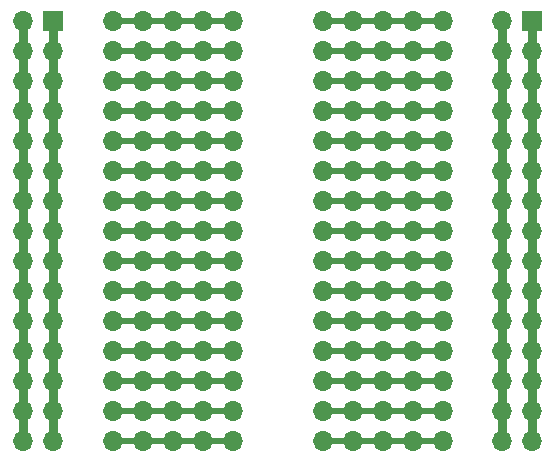
<source format=gbr>
%TF.GenerationSoftware,KiCad,Pcbnew,7.0.2*%
%TF.CreationDate,2024-01-29T20:47:07-05:00*%
%TF.ProjectId,dpx_perv_5x15,6470785f-7065-4727-965f-357831352e6b,rev?*%
%TF.SameCoordinates,Original*%
%TF.FileFunction,Copper,L4,Bot*%
%TF.FilePolarity,Positive*%
%FSLAX46Y46*%
G04 Gerber Fmt 4.6, Leading zero omitted, Abs format (unit mm)*
G04 Created by KiCad (PCBNEW 7.0.2) date 2024-01-29 20:47:07*
%MOMM*%
%LPD*%
G01*
G04 APERTURE LIST*
%TA.AperFunction,EtchedComponent*%
%ADD10C,0.508000*%
%TD*%
%TA.AperFunction,EtchedComponent*%
%ADD11C,0.500000*%
%TD*%
%TA.AperFunction,ComponentPad*%
%ADD12R,1.700000X1.700000*%
%TD*%
%TA.AperFunction,ComponentPad*%
%ADD13O,1.700000X1.700000*%
%TD*%
%TA.AperFunction,Conductor*%
%ADD14C,0.750000*%
%TD*%
G04 APERTURE END LIST*
D10*
%TO.C,U2*%
X79195000Y-56470000D02*
X76655000Y-56470000D01*
X79195000Y-53930000D02*
X76655000Y-53930000D01*
X79195000Y-51390000D02*
X76655000Y-51390000D01*
X79195000Y-48850000D02*
X76655000Y-48850000D01*
X79195000Y-46310000D02*
X76655000Y-46310000D01*
X76655000Y-56470000D02*
X74115000Y-56470000D01*
X76655000Y-53930000D02*
X74115000Y-53930000D01*
X76655000Y-51390000D02*
X74115000Y-51390000D01*
X76655000Y-48850000D02*
X74115000Y-48850000D01*
X76655000Y-46310000D02*
X74115000Y-46310000D01*
X74115000Y-56470000D02*
X71575000Y-56470000D01*
X74115000Y-53930000D02*
X71575000Y-53930000D01*
X74115000Y-51390000D02*
X71575000Y-51390000D01*
X74115000Y-48850000D02*
X71575000Y-48850000D01*
X74115000Y-46310000D02*
X71575000Y-46310000D01*
D11*
X69035000Y-56470000D02*
X71575000Y-56470000D01*
X69035000Y-53930000D02*
X71575000Y-53930000D01*
X69035000Y-51390000D02*
X71575000Y-51390000D01*
X69035000Y-48850000D02*
X71575000Y-48850000D01*
X69035000Y-46310000D02*
X71575000Y-46310000D01*
D10*
X61435000Y-56470000D02*
X58895000Y-56470000D01*
X61435000Y-53930000D02*
X58895000Y-53930000D01*
X61435000Y-51390000D02*
X58895000Y-51390000D01*
X61435000Y-48850000D02*
X58895000Y-48850000D01*
X61425000Y-46310000D02*
X58885000Y-46310000D01*
X58895000Y-56470000D02*
X56355000Y-56470000D01*
X58895000Y-53930000D02*
X56355000Y-53930000D01*
X58895000Y-51390000D02*
X56355000Y-51390000D01*
X58895000Y-48850000D02*
X56355000Y-48850000D01*
X58885000Y-46310000D02*
X56345000Y-46310000D01*
X56355000Y-56470000D02*
X53815000Y-56470000D01*
X56355000Y-53930000D02*
X53815000Y-53930000D01*
X56355000Y-51390000D02*
X53815000Y-51390000D01*
X56355000Y-48850000D02*
X53815000Y-48850000D01*
X56345000Y-46310000D02*
X53805000Y-46310000D01*
X53815000Y-56470000D02*
X51275000Y-56470000D01*
X53815000Y-53930000D02*
X51275000Y-53930000D01*
X53815000Y-51390000D02*
X51275000Y-51390000D01*
X53815000Y-48850000D02*
X51275000Y-48850000D01*
X53805000Y-46310000D02*
X51265000Y-46310000D01*
%TO.C,U1*%
X79180000Y-43775000D02*
X76640000Y-43775000D01*
X79180000Y-41235000D02*
X76640000Y-41235000D01*
X79180000Y-38695000D02*
X76640000Y-38695000D01*
X79180000Y-36155000D02*
X76640000Y-36155000D01*
X79180000Y-33615000D02*
X76640000Y-33615000D01*
X76640000Y-43775000D02*
X74100000Y-43775000D01*
X76640000Y-41235000D02*
X74100000Y-41235000D01*
X76640000Y-38695000D02*
X74100000Y-38695000D01*
X76640000Y-36155000D02*
X74100000Y-36155000D01*
X76640000Y-33615000D02*
X74100000Y-33615000D01*
X74100000Y-43775000D02*
X71560000Y-43775000D01*
X74100000Y-41235000D02*
X71560000Y-41235000D01*
X74100000Y-38695000D02*
X71560000Y-38695000D01*
X74100000Y-36155000D02*
X71560000Y-36155000D01*
X74100000Y-33615000D02*
X71560000Y-33615000D01*
D11*
X69020000Y-43775000D02*
X71560000Y-43775000D01*
X69020000Y-41235000D02*
X71560000Y-41235000D01*
X69020000Y-38695000D02*
X71560000Y-38695000D01*
X69020000Y-36155000D02*
X71560000Y-36155000D01*
X69020000Y-33615000D02*
X71560000Y-33615000D01*
D10*
X61420000Y-43775000D02*
X58880000Y-43775000D01*
X61420000Y-41235000D02*
X58880000Y-41235000D01*
X61420000Y-38695000D02*
X58880000Y-38695000D01*
X61420000Y-36155000D02*
X58880000Y-36155000D01*
X61410000Y-33615000D02*
X58870000Y-33615000D01*
X58880000Y-43775000D02*
X56340000Y-43775000D01*
X58880000Y-41235000D02*
X56340000Y-41235000D01*
X58880000Y-38695000D02*
X56340000Y-38695000D01*
X58880000Y-36155000D02*
X56340000Y-36155000D01*
X58870000Y-33615000D02*
X56330000Y-33615000D01*
X56340000Y-43775000D02*
X53800000Y-43775000D01*
X56340000Y-41235000D02*
X53800000Y-41235000D01*
X56340000Y-38695000D02*
X53800000Y-38695000D01*
X56340000Y-36155000D02*
X53800000Y-36155000D01*
X56330000Y-33615000D02*
X53790000Y-33615000D01*
X53800000Y-43775000D02*
X51260000Y-43775000D01*
X53800000Y-41235000D02*
X51260000Y-41235000D01*
X53800000Y-38695000D02*
X51260000Y-38695000D01*
X53800000Y-36155000D02*
X51260000Y-36155000D01*
X53790000Y-33615000D02*
X51250000Y-33615000D01*
%TO.C,U3*%
X79185000Y-69180000D02*
X76645000Y-69180000D01*
X79185000Y-66640000D02*
X76645000Y-66640000D01*
X79185000Y-64100000D02*
X76645000Y-64100000D01*
X79185000Y-61560000D02*
X76645000Y-61560000D01*
X79185000Y-59020000D02*
X76645000Y-59020000D01*
X76645000Y-69180000D02*
X74105000Y-69180000D01*
X76645000Y-66640000D02*
X74105000Y-66640000D01*
X76645000Y-64100000D02*
X74105000Y-64100000D01*
X76645000Y-61560000D02*
X74105000Y-61560000D01*
X76645000Y-59020000D02*
X74105000Y-59020000D01*
X74105000Y-69180000D02*
X71565000Y-69180000D01*
X74105000Y-66640000D02*
X71565000Y-66640000D01*
X74105000Y-64100000D02*
X71565000Y-64100000D01*
X74105000Y-61560000D02*
X71565000Y-61560000D01*
X74105000Y-59020000D02*
X71565000Y-59020000D01*
D11*
X69025000Y-69180000D02*
X71565000Y-69180000D01*
X69025000Y-66640000D02*
X71565000Y-66640000D01*
X69025000Y-64100000D02*
X71565000Y-64100000D01*
X69025000Y-61560000D02*
X71565000Y-61560000D01*
X69025000Y-59020000D02*
X71565000Y-59020000D01*
D10*
X61425000Y-69180000D02*
X58885000Y-69180000D01*
X61425000Y-66640000D02*
X58885000Y-66640000D01*
X61425000Y-64100000D02*
X58885000Y-64100000D01*
X61425000Y-61560000D02*
X58885000Y-61560000D01*
X61415000Y-59020000D02*
X58875000Y-59020000D01*
X58885000Y-69180000D02*
X56345000Y-69180000D01*
X58885000Y-66640000D02*
X56345000Y-66640000D01*
X58885000Y-64100000D02*
X56345000Y-64100000D01*
X58885000Y-61560000D02*
X56345000Y-61560000D01*
X58875000Y-59020000D02*
X56335000Y-59020000D01*
X56345000Y-69180000D02*
X53805000Y-69180000D01*
X56345000Y-66640000D02*
X53805000Y-66640000D01*
X56345000Y-64100000D02*
X53805000Y-64100000D01*
X56345000Y-61560000D02*
X53805000Y-61560000D01*
X56335000Y-59020000D02*
X53795000Y-59020000D01*
X53805000Y-69180000D02*
X51265000Y-69180000D01*
X53805000Y-66640000D02*
X51265000Y-66640000D01*
X53805000Y-64100000D02*
X51265000Y-64100000D01*
X53805000Y-61560000D02*
X51265000Y-61560000D01*
X53795000Y-59020000D02*
X51255000Y-59020000D01*
%TD*%
D12*
%TO.P,J1,1,Pin_1*%
%TO.N,VCC*%
X46220000Y-33615000D03*
D13*
%TO.P,J1,2,Pin_2*%
%TO.N,GND*%
X43680000Y-33615000D03*
%TO.P,J1,3,Pin_3*%
%TO.N,VCC*%
X46220000Y-36155000D03*
%TO.P,J1,4,Pin_4*%
%TO.N,GND*%
X43680000Y-36155000D03*
%TO.P,J1,5,Pin_5*%
%TO.N,VCC*%
X46220000Y-38695000D03*
%TO.P,J1,6,Pin_6*%
%TO.N,GND*%
X43680000Y-38695000D03*
%TO.P,J1,7,Pin_7*%
%TO.N,VCC*%
X46220000Y-41235000D03*
%TO.P,J1,8,Pin_8*%
%TO.N,GND*%
X43680000Y-41235000D03*
%TO.P,J1,9,Pin_9*%
%TO.N,VCC*%
X46220000Y-43775000D03*
%TO.P,J1,10,Pin_10*%
%TO.N,GND*%
X43680000Y-43775000D03*
%TO.P,J1,11,Pin_11*%
%TO.N,VCC*%
X46220000Y-46315000D03*
%TO.P,J1,12,Pin_12*%
%TO.N,GND*%
X43680000Y-46315000D03*
%TO.P,J1,13,Pin_13*%
%TO.N,VCC*%
X46220000Y-48855000D03*
%TO.P,J1,14,Pin_14*%
%TO.N,GND*%
X43680000Y-48855000D03*
%TO.P,J1,15,Pin_15*%
%TO.N,VCC*%
X46220000Y-51395000D03*
%TO.P,J1,16,Pin_16*%
%TO.N,GND*%
X43680000Y-51395000D03*
%TO.P,J1,17,Pin_17*%
%TO.N,VCC*%
X46220000Y-53935000D03*
%TO.P,J1,18,Pin_18*%
%TO.N,GND*%
X43680000Y-53935000D03*
%TO.P,J1,19,Pin_19*%
%TO.N,VCC*%
X46220000Y-56475000D03*
%TO.P,J1,20,Pin_20*%
%TO.N,GND*%
X43680000Y-56475000D03*
%TO.P,J1,21,Pin_21*%
%TO.N,VCC*%
X46220000Y-59015000D03*
%TO.P,J1,22,Pin_22*%
%TO.N,GND*%
X43680000Y-59015000D03*
%TO.P,J1,23,Pin_23*%
%TO.N,VCC*%
X46220000Y-61555000D03*
%TO.P,J1,24,Pin_24*%
%TO.N,GND*%
X43680000Y-61555000D03*
%TO.P,J1,25,Pin_25*%
%TO.N,VCC*%
X46220000Y-64095000D03*
%TO.P,J1,26,Pin_26*%
%TO.N,GND*%
X43680000Y-64095000D03*
%TO.P,J1,27,Pin_27*%
%TO.N,VCC*%
X46220000Y-66635000D03*
%TO.P,J1,28,Pin_28*%
%TO.N,GND*%
X43680000Y-66635000D03*
%TO.P,J1,29,Pin_29*%
%TO.N,VCC*%
X46220000Y-69175000D03*
%TO.P,J1,30,Pin_30*%
%TO.N,GND*%
X43680000Y-69175000D03*
%TD*%
D12*
%TO.P,J2,1,Pin_1*%
%TO.N,VCC*%
X86770000Y-33615000D03*
D13*
%TO.P,J2,2,Pin_2*%
%TO.N,GND*%
X84230000Y-33615000D03*
%TO.P,J2,3,Pin_3*%
%TO.N,VCC*%
X86770000Y-36155000D03*
%TO.P,J2,4,Pin_4*%
%TO.N,GND*%
X84230000Y-36155000D03*
%TO.P,J2,5,Pin_5*%
%TO.N,VCC*%
X86770000Y-38695000D03*
%TO.P,J2,6,Pin_6*%
%TO.N,GND*%
X84230000Y-38695000D03*
%TO.P,J2,7,Pin_7*%
%TO.N,VCC*%
X86770000Y-41235000D03*
%TO.P,J2,8,Pin_8*%
%TO.N,GND*%
X84230000Y-41235000D03*
%TO.P,J2,9,Pin_9*%
%TO.N,VCC*%
X86770000Y-43775000D03*
%TO.P,J2,10,Pin_10*%
%TO.N,GND*%
X84230000Y-43775000D03*
%TO.P,J2,11,Pin_11*%
%TO.N,VCC*%
X86770000Y-46315000D03*
%TO.P,J2,12,Pin_12*%
%TO.N,GND*%
X84230000Y-46315000D03*
%TO.P,J2,13,Pin_13*%
%TO.N,VCC*%
X86770000Y-48855000D03*
%TO.P,J2,14,Pin_14*%
%TO.N,GND*%
X84230000Y-48855000D03*
%TO.P,J2,15,Pin_15*%
%TO.N,VCC*%
X86770000Y-51395000D03*
%TO.P,J2,16,Pin_16*%
%TO.N,GND*%
X84230000Y-51395000D03*
%TO.P,J2,17,Pin_17*%
%TO.N,VCC*%
X86770000Y-53935000D03*
%TO.P,J2,18,Pin_18*%
%TO.N,GND*%
X84230000Y-53935000D03*
%TO.P,J2,19,Pin_19*%
%TO.N,VCC*%
X86770000Y-56475000D03*
%TO.P,J2,20,Pin_20*%
%TO.N,GND*%
X84230000Y-56475000D03*
%TO.P,J2,21,Pin_21*%
%TO.N,VCC*%
X86770000Y-59015000D03*
%TO.P,J2,22,Pin_22*%
%TO.N,GND*%
X84230000Y-59015000D03*
%TO.P,J2,23,Pin_23*%
%TO.N,VCC*%
X86770000Y-61555000D03*
%TO.P,J2,24,Pin_24*%
%TO.N,GND*%
X84230000Y-61555000D03*
%TO.P,J2,25,Pin_25*%
%TO.N,VCC*%
X86770000Y-64095000D03*
%TO.P,J2,26,Pin_26*%
%TO.N,GND*%
X84230000Y-64095000D03*
%TO.P,J2,27,Pin_27*%
%TO.N,VCC*%
X86770000Y-66635000D03*
%TO.P,J2,28,Pin_28*%
%TO.N,GND*%
X84230000Y-66635000D03*
%TO.P,J2,29,Pin_29*%
%TO.N,VCC*%
X86770000Y-69175000D03*
%TO.P,J2,30,Pin_30*%
%TO.N,GND*%
X84230000Y-69175000D03*
%TD*%
%TO.P,U2,1*%
%TO.N,N/C*%
X79195000Y-46310000D03*
%TO.P,U2,2*%
X76655000Y-46310000D03*
%TO.P,U2,3*%
X74115000Y-46310000D03*
%TO.P,U2,4*%
X71575000Y-46310000D03*
%TO.P,U2,5*%
X69035000Y-46310000D03*
%TO.P,U2,6*%
X61435000Y-46310000D03*
%TO.P,U2,11*%
X79195000Y-48850000D03*
%TO.P,U2,12*%
X76655000Y-48850000D03*
%TO.P,U2,13*%
X74115000Y-48850000D03*
%TO.P,U2,14*%
X71575000Y-48850000D03*
%TO.P,U2,15*%
X69035000Y-48850000D03*
%TO.P,U2,16*%
X61435000Y-48850000D03*
%TO.P,U2,17*%
X58895000Y-48850000D03*
X58885000Y-46310000D03*
%TO.P,U2,18*%
X56355000Y-48850000D03*
X56345000Y-46310000D03*
%TO.P,U2,19*%
X53815000Y-48850000D03*
X53805000Y-46310000D03*
%TO.P,U2,20*%
X51275000Y-48850000D03*
X51265000Y-46310000D03*
%TO.P,U2,21*%
X79195000Y-51390000D03*
%TO.P,U2,22*%
X76655000Y-51390000D03*
%TO.P,U2,23*%
X74115000Y-51390000D03*
%TO.P,U2,24*%
X71575000Y-51390000D03*
%TO.P,U2,25*%
X69035000Y-51390000D03*
%TO.P,U2,26*%
X61435000Y-51390000D03*
%TO.P,U2,27*%
X58895000Y-51390000D03*
%TO.P,U2,28*%
X56355000Y-51390000D03*
%TO.P,U2,29*%
X53815000Y-51390000D03*
%TO.P,U2,30*%
X51275000Y-51390000D03*
%TO.P,U2,31*%
X79195000Y-53930000D03*
%TO.P,U2,32*%
X76655000Y-53930000D03*
%TO.P,U2,33*%
X74115000Y-53930000D03*
%TO.P,U2,34*%
X71575000Y-53930000D03*
%TO.P,U2,35*%
X69035000Y-53930000D03*
%TO.P,U2,36*%
X61435000Y-53930000D03*
%TO.P,U2,37*%
X58895000Y-53930000D03*
%TO.P,U2,38*%
X56355000Y-53930000D03*
%TO.P,U2,39*%
X53815000Y-53930000D03*
%TO.P,U2,40*%
X51275000Y-53930000D03*
%TO.P,U2,41*%
X79195000Y-56470000D03*
%TO.P,U2,42*%
X76655000Y-56470000D03*
%TO.P,U2,43*%
X74115000Y-56470000D03*
%TO.P,U2,44*%
X71575000Y-56470000D03*
%TO.P,U2,45*%
X69035000Y-56470000D03*
%TO.P,U2,46*%
X61435000Y-56470000D03*
%TO.P,U2,47*%
X58895000Y-56470000D03*
%TO.P,U2,48*%
X56355000Y-56470000D03*
%TO.P,U2,49*%
X53815000Y-56470000D03*
%TO.P,U2,50*%
X51275000Y-56470000D03*
%TD*%
%TO.P,U1,1*%
%TO.N,N/C*%
X79180000Y-33615000D03*
%TO.P,U1,2*%
X76640000Y-33615000D03*
%TO.P,U1,3*%
X74100000Y-33615000D03*
%TO.P,U1,4*%
X71560000Y-33615000D03*
%TO.P,U1,5*%
X69020000Y-33615000D03*
%TO.P,U1,6*%
X61420000Y-33615000D03*
%TO.P,U1,11*%
X79180000Y-36155000D03*
%TO.P,U1,12*%
X76640000Y-36155000D03*
%TO.P,U1,13*%
X74100000Y-36155000D03*
%TO.P,U1,14*%
X71560000Y-36155000D03*
%TO.P,U1,15*%
X69020000Y-36155000D03*
%TO.P,U1,16*%
X61420000Y-36155000D03*
%TO.P,U1,17*%
X58880000Y-36155000D03*
X58870000Y-33615000D03*
%TO.P,U1,18*%
X56340000Y-36155000D03*
X56330000Y-33615000D03*
%TO.P,U1,19*%
X53800000Y-36155000D03*
X53790000Y-33615000D03*
%TO.P,U1,20*%
X51260000Y-36155000D03*
X51250000Y-33615000D03*
%TO.P,U1,21*%
X79180000Y-38695000D03*
%TO.P,U1,22*%
X76640000Y-38695000D03*
%TO.P,U1,23*%
X74100000Y-38695000D03*
%TO.P,U1,24*%
X71560000Y-38695000D03*
%TO.P,U1,25*%
X69020000Y-38695000D03*
%TO.P,U1,26*%
X61420000Y-38695000D03*
%TO.P,U1,27*%
X58880000Y-38695000D03*
%TO.P,U1,28*%
X56340000Y-38695000D03*
%TO.P,U1,29*%
X53800000Y-38695000D03*
%TO.P,U1,30*%
X51260000Y-38695000D03*
%TO.P,U1,31*%
X79180000Y-41235000D03*
%TO.P,U1,32*%
X76640000Y-41235000D03*
%TO.P,U1,33*%
X74100000Y-41235000D03*
%TO.P,U1,34*%
X71560000Y-41235000D03*
%TO.P,U1,35*%
X69020000Y-41235000D03*
%TO.P,U1,36*%
X61420000Y-41235000D03*
%TO.P,U1,37*%
X58880000Y-41235000D03*
%TO.P,U1,38*%
X56340000Y-41235000D03*
%TO.P,U1,39*%
X53800000Y-41235000D03*
%TO.P,U1,40*%
X51260000Y-41235000D03*
%TO.P,U1,41*%
X79180000Y-43775000D03*
%TO.P,U1,42*%
X76640000Y-43775000D03*
%TO.P,U1,43*%
X74100000Y-43775000D03*
%TO.P,U1,44*%
X71560000Y-43775000D03*
%TO.P,U1,45*%
X69020000Y-43775000D03*
%TO.P,U1,46*%
X61420000Y-43775000D03*
%TO.P,U1,47*%
X58880000Y-43775000D03*
%TO.P,U1,48*%
X56340000Y-43775000D03*
%TO.P,U1,49*%
X53800000Y-43775000D03*
%TO.P,U1,50*%
X51260000Y-43775000D03*
%TD*%
%TO.P,U3,1*%
%TO.N,N/C*%
X79185000Y-59020000D03*
%TO.P,U3,2*%
X76645000Y-59020000D03*
%TO.P,U3,3*%
X74105000Y-59020000D03*
%TO.P,U3,4*%
X71565000Y-59020000D03*
%TO.P,U3,5*%
X69025000Y-59020000D03*
%TO.P,U3,6*%
X61425000Y-59020000D03*
%TO.P,U3,11*%
X79185000Y-61560000D03*
%TO.P,U3,12*%
X76645000Y-61560000D03*
%TO.P,U3,13*%
X74105000Y-61560000D03*
%TO.P,U3,14*%
X71565000Y-61560000D03*
%TO.P,U3,15*%
X69025000Y-61560000D03*
%TO.P,U3,16*%
X61425000Y-61560000D03*
%TO.P,U3,17*%
X58885000Y-61560000D03*
X58875000Y-59020000D03*
%TO.P,U3,18*%
X56345000Y-61560000D03*
X56335000Y-59020000D03*
%TO.P,U3,19*%
X53805000Y-61560000D03*
X53795000Y-59020000D03*
%TO.P,U3,20*%
X51265000Y-61560000D03*
X51255000Y-59020000D03*
%TO.P,U3,21*%
X79185000Y-64100000D03*
%TO.P,U3,22*%
X76645000Y-64100000D03*
%TO.P,U3,23*%
X74105000Y-64100000D03*
%TO.P,U3,24*%
X71565000Y-64100000D03*
%TO.P,U3,25*%
X69025000Y-64100000D03*
%TO.P,U3,26*%
X61425000Y-64100000D03*
%TO.P,U3,27*%
X58885000Y-64100000D03*
%TO.P,U3,28*%
X56345000Y-64100000D03*
%TO.P,U3,29*%
X53805000Y-64100000D03*
%TO.P,U3,30*%
X51265000Y-64100000D03*
%TO.P,U3,31*%
X79185000Y-66640000D03*
%TO.P,U3,32*%
X76645000Y-66640000D03*
%TO.P,U3,33*%
X74105000Y-66640000D03*
%TO.P,U3,34*%
X71565000Y-66640000D03*
%TO.P,U3,35*%
X69025000Y-66640000D03*
%TO.P,U3,36*%
X61425000Y-66640000D03*
%TO.P,U3,37*%
X58885000Y-66640000D03*
%TO.P,U3,38*%
X56345000Y-66640000D03*
%TO.P,U3,39*%
X53805000Y-66640000D03*
%TO.P,U3,40*%
X51265000Y-66640000D03*
%TO.P,U3,41*%
X79185000Y-69180000D03*
%TO.P,U3,42*%
X76645000Y-69180000D03*
%TO.P,U3,43*%
X74105000Y-69180000D03*
%TO.P,U3,44*%
X71565000Y-69180000D03*
%TO.P,U3,45*%
X69025000Y-69180000D03*
%TO.P,U3,46*%
X61425000Y-69180000D03*
%TO.P,U3,47*%
X58885000Y-69180000D03*
%TO.P,U3,48*%
X56345000Y-69180000D03*
%TO.P,U3,49*%
X53805000Y-69180000D03*
%TO.P,U3,50*%
X51265000Y-69180000D03*
%TD*%
D14*
%TO.N,VCC*%
X46220000Y-69175000D02*
X46220000Y-33615000D01*
X86770000Y-69175000D02*
X86770000Y-33615000D01*
%TO.N,GND*%
X43680000Y-33615000D02*
X43680000Y-69175000D01*
X84230000Y-33615000D02*
X84230000Y-69175000D01*
%TD*%
M02*

</source>
